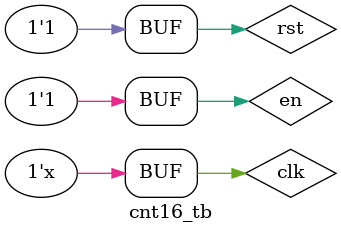
<source format=v>
`timescale 10ns/1ns
module cnt16_tb();
reg clk,en,rst;

wire [15:0] dout;
wire cout;
always #3 clk=~clk;

initial begin
  #0 clk=1'b0;
  #0 rst=1'b1;#3 rst=1'b0;#3 rst=1'b1;
 
end
initial begin
  #0 en=1'b0;#5 en=1'b1;
end

cnt16 U1(.clk(clk),.rst(rst),.en(en),.cout(cout),.dout(dout));
endmodule

</source>
